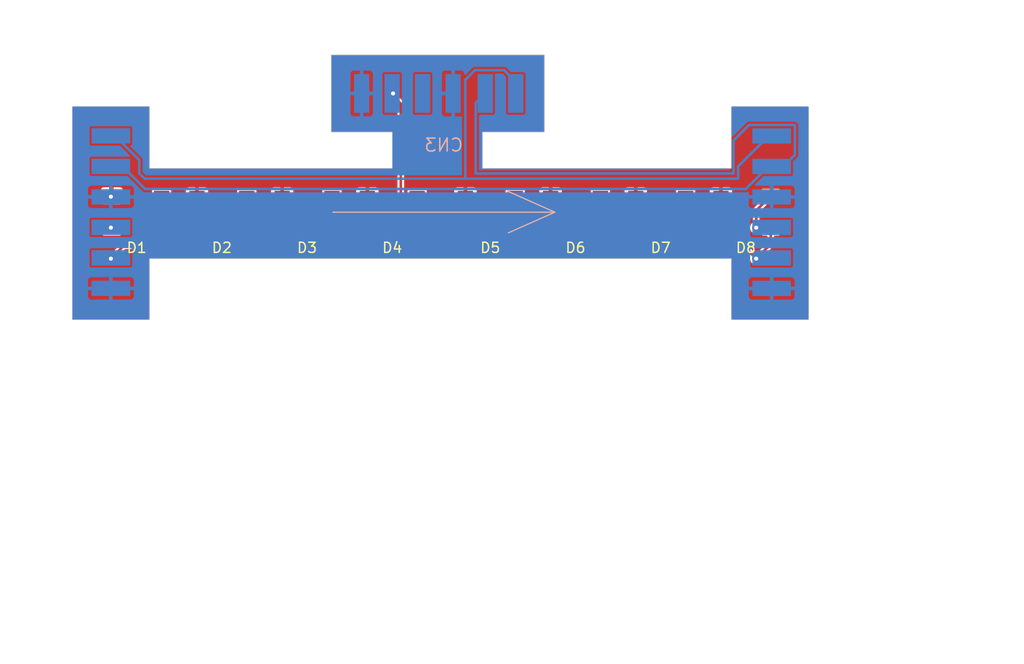
<source format=kicad_pcb>
(kicad_pcb (version 20211014) (generator pcbnew)
  (layers (0 "F.Cu" signal) (31 "B.Cu" signal) (34 "B.Paste" user) (35 "F.Paste" user) (36 "B.SilkS" user "B.Silkscreen") (37 "F.SilkS" user "F.Silkscreen") (38 "B.Mask" user) (39 "F.Mask" user) (44 "Edge.Cuts" user))
  (net 0 "")
  (net 1 "+5V")
  (net 2 "GND")
  (net 3 "Net-(CN1-Pad2)")
  (net 4 "Net-(CN2-Pad3)")
  (net 5 "Net-(D1-Pad2)")
  (net 6 "Net-(D2-Pad2)")
  (net 7 "Net-(D3-Pad2)")
  (net 8 "Net-(D4-Pad2)")
  (net 9 "Net-(D5-Pad2)")
  (net 10 "Net-(D6-Pad2)")
  (net 11 "Net-(D7-Pad2)")
  (net 12 "Net-(CN1-Pad4)")
  (net 13 "Net-(CN1-Pad1)")
  (footprint "LED_SMD:LED_WS2812B_PLCC4_5.0x5.0mm_P3.2mm" (layer "F.Cu") (at 163.576 107.95 180)
    (fp_text reference "D5" (at 0 -3.5) (layer "F.SilkS"))
    (fp_text value "WS2812B")
    (pad "1" smd rect (at -2.45 -1.6 180) (size 1.5 1) (layers "F.Cu" "F.Paste" "F.Mask") (net 1 "+5V"))
    (pad "2" smd rect (at -2.45 1.6 180) (size 1.5 1) (layers "F.Cu" "F.Paste" "F.Mask") (net 9 "Net-(D5-Pad2)"))
    (pad "3" smd rect (at 2.45 1.6 180) (size 1.5 1) (layers "F.Cu" "F.Paste" "F.Mask") (net 2 "GND"))
    (pad "4" smd rect (at 2.45 -1.6 180) (size 1.5 1) (layers "F.Cu" "F.Paste" "F.Mask") (net 8 "Net-(D4-Pad2)"))
  )
  (footprint "LED_SMD:LED_WS2812B_PLCC4_5.0x5.0mm_P3.2mm" (layer "F.Cu") (at 188.722 107.95 180)
    (fp_text reference "D8" (at 0 -3.5) (layer "F.SilkS"))
    (fp_text value "WS2812B")
    (pad "1" smd rect (at -2.45 -1.6 180) (size 1.5 1) (layers "F.Cu" "F.Paste" "F.Mask") (net 1 "+5V"))
    (pad "2" smd rect (at -2.45 1.6 180) (size 1.5 1) (layers "F.Cu" "F.Paste" "F.Mask") (net 12 "Net-(CN1-Pad4)"))
    (pad "3" smd rect (at 2.45 1.6 180) (size 1.5 1) (layers "F.Cu" "F.Paste" "F.Mask") (net 2 "GND"))
    (pad "4" smd rect (at 2.45 -1.6 180) (size 1.5 1) (layers "F.Cu" "F.Paste" "F.Mask") (net 11 "Net-(D7-Pad2)"))
  )
  (footprint "LED_SMD:LED_WS2812B_PLCC4_5.0x5.0mm_P3.2mm" (layer "F.Cu") (at 171.958 107.95 180)
    (fp_text reference "D6" (at 0 -3.5) (layer "F.SilkS"))
    (fp_text value "WS2812B")
    (pad "1" smd rect (at -2.45 -1.6 180) (size 1.5 1) (layers "F.Cu" "F.Paste" "F.Mask") (net 1 "+5V"))
    (pad "2" smd rect (at -2.45 1.6 180) (size 1.5 1) (layers "F.Cu" "F.Paste" "F.Mask") (net 10 "Net-(D6-Pad2)"))
    (pad "3" smd rect (at 2.45 1.6 180) (size 1.5 1) (layers "F.Cu" "F.Paste" "F.Mask") (net 2 "GND"))
    (pad "4" smd rect (at 2.45 -1.6 180) (size 1.5 1) (layers "F.Cu" "F.Paste" "F.Mask") (net 9 "Net-(D5-Pad2)"))
  )
  (footprint "LED_SMD:LED_WS2812B_PLCC4_5.0x5.0mm_P3.2mm" (layer "F.Cu") (at 128.778 107.95 180)
    (fp_text reference "D1" (at 0 -3.5) (layer "F.SilkS"))
    (fp_text value "WS2812B")
    (pad "1" smd rect (at -2.45 -1.6 180) (size 1.5 1) (layers "F.Cu" "F.Paste" "F.Mask") (net 1 "+5V"))
    (pad "2" smd rect (at -2.45 1.6 180) (size 1.5 1) (layers "F.Cu" "F.Paste" "F.Mask") (net 5 "Net-(D1-Pad2)"))
    (pad "3" smd rect (at 2.45 1.6 180) (size 1.5 1) (layers "F.Cu" "F.Paste" "F.Mask") (net 2 "GND"))
    (pad "4" smd rect (at 2.45 -1.6 180) (size 1.5 1) (layers "F.Cu" "F.Paste" "F.Mask") (net 4 "Net-(CN2-Pad3)"))
  )
  (footprint "LED_SMD:LED_WS2812B_PLCC4_5.0x5.0mm_P3.2mm" (layer "F.Cu") (at 180.34 107.95 180)
    (fp_text reference "D7" (at 0 -3.5) (layer "F.SilkS"))
    (fp_text value "WS2812B")
    (pad "1" smd rect (at -2.45 -1.6 180) (size 1.5 1) (layers "F.Cu" "F.Paste" "F.Mask") (net 1 "+5V"))
    (pad "2" smd rect (at -2.45 1.6 180) (size 1.5 1) (layers "F.Cu" "F.Paste" "F.Mask") (net 11 "Net-(D7-Pad2)"))
    (pad "3" smd rect (at 2.45 1.6 180) (size 1.5 1) (layers "F.Cu" "F.Paste" "F.Mask") (net 2 "GND"))
    (pad "4" smd rect (at 2.45 -1.6 180) (size 1.5 1) (layers "F.Cu" "F.Paste" "F.Mask") (net 10 "Net-(D6-Pad2)"))
  )
  (footprint "LED_SMD:LED_WS2812B_PLCC4_5.0x5.0mm_P3.2mm" (layer "F.Cu") (at 137.16 107.95 180)
    (fp_text reference "D2" (at 0 -3.5) (layer "F.SilkS"))
    (fp_text value "WS2812B")
    (pad "1" smd rect (at -2.45 -1.6 180) (size 1.5 1) (layers "F.Cu" "F.Paste" "F.Mask") (net 1 "+5V"))
    (pad "2" smd rect (at -2.45 1.6 180) (size 1.5 1) (layers "F.Cu" "F.Paste" "F.Mask") (net 6 "Net-(D2-Pad2)"))
    (pad "3" smd rect (at 2.45 1.6 180) (size 1.5 1) (layers "F.Cu" "F.Paste" "F.Mask") (net 2 "GND"))
    (pad "4" smd rect (at 2.45 -1.6 180) (size 1.5 1) (layers "F.Cu" "F.Paste" "F.Mask") (net 5 "Net-(D1-Pad2)"))
  )
  (footprint "LED_SMD:LED_WS2812B_PLCC4_5.0x5.0mm_P3.2mm" (layer "F.Cu") (at 153.924 107.95 180)
    (fp_text reference "D4" (at 0 -3.5) (layer "F.SilkS"))
    (fp_text value "WS2812B")
    (pad "1" smd rect (at -2.45 -1.6 180) (size 1.5 1) (layers "F.Cu" "F.Paste" "F.Mask") (net 1 "+5V"))
    (pad "2" smd rect (at -2.45 1.6 180) (size 1.5 1) (layers "F.Cu" "F.Paste" "F.Mask") (net 8 "Net-(D4-Pad2)"))
    (pad "3" smd rect (at 2.45 1.6 180) (size 1.5 1) (layers "F.Cu" "F.Paste" "F.Mask") (net 2 "GND"))
    (pad "4" smd rect (at 2.45 -1.6 180) (size 1.5 1) (layers "F.Cu" "F.Paste" "F.Mask") (net 7 "Net-(D3-Pad2)"))
  )
  (footprint "LED_SMD:LED_WS2812B_PLCC4_5.0x5.0mm_P3.2mm" (layer "F.Cu") (at 145.542 107.95 180)
    (fp_text reference "D3" (at 0 -3.5) (layer "F.SilkS"))
    (fp_text value "WS2812B")
    (pad "1" smd rect (at -2.45 -1.6 180) (size 1.5 1) (layers "F.Cu" "F.Paste" "F.Mask") (net 1 "+5V"))
    (pad "2" smd rect (at -2.45 1.6 180) (size 1.5 1) (layers "F.Cu" "F.Paste" "F.Mask") (net 7 "Net-(D3-Pad2)"))
    (pad "3" smd rect (at 2.45 1.6 180) (size 1.5 1) (layers "F.Cu" "F.Paste" "F.Mask") (net 2 "GND"))
    (pad "4" smd rect (at 2.45 -1.6 180) (size 1.5 1) (layers "F.Cu" "F.Paste" "F.Mask") (net 6 "Net-(D2-Pad2)"))
  )
  (footprint "Adafruit NeoPixel 8 Stick:1X4-SMT" (layer "B.Cu") (at 158.996 96.266 180)
    (fp_text reference "CN3" (at 0 -5.08) (layer "B.SilkS") (effects (font (size 1.27 1.27)) (justify mirror)))
    (fp_text value "1X4SMT")
    (pad "1" smd rect (at -7.08 0 180) (size 1.5 3.8) (layers "B.Cu" "B.Paste" "B.Mask") (net 13 "Net-(CN1-Pad1)"))
    (pad "2" smd rect (at -4.08 0 180) (size 1.5 3.8) (layers "B.Cu" "B.Paste" "B.Mask") (net 3 "Net-(CN1-Pad2)"))
    (pad "3" smd rect (at -0.92 0 180) (size 1.5 3.8) (layers "B.Cu" "B.Paste" "B.Mask") (net 2 "GND"))
    (pad "4" smd rect (at 2.08 0 180) (size 1.5 3.8) (layers "B.Cu" "B.Paste" "B.Mask"))
    (pad "5" smd rect (at 5.08 0 180) (size 1.5 3.8) (layers "B.Cu" "B.Paste" "B.Mask") (net 1 "+5V"))
    (pad "6" smd rect (at 8.08 0 180) (size 1.5 3.8) (layers "B.Cu" "B.Paste" "B.Mask") (net 2 "GND"))
  )
  (footprint "Adafruit NeoPixel 8 Stick:1X4-SMT" (layer "B.Cu") (at 126.873 107.442 90)
    (fp_text reference "CN2" hide)
    (fp_text value "1X4SMT" hide)
    (pad "1" smd rect (at -8 -0.635 90) (size 1.5 3.8) (layers "B.Cu" "B.Paste" "B.Mask") (net 2 "GND"))
    (pad "2" smd rect (at -5 -0.635 90) (size 1.5 3.8) (layers "B.Cu" "B.Paste" "B.Mask") (net 1 "+5V"))
    (pad "3" smd rect (at -2 -0.635 90) (size 1.5 3.8) (layers "B.Cu" "B.Paste" "B.Mask") (net 4 "Net-(CN2-Pad3)"))
    (pad "4" smd rect (at 1 -0.635 90) (size 1.5 3.8) (layers "B.Cu" "B.Paste" "B.Mask") (net 2 "GND"))
    (pad "5" smd rect (at 4 -0.635 90) (size 1.5 3.8) (layers "B.Cu" "B.Paste" "B.Mask") (net 3 "Net-(CN1-Pad2)"))
    (pad "6" smd rect (at 7 -0.635 90) (size 1.5 3.8) (layers "B.Cu" "B.Paste" "B.Mask") (net 13 "Net-(CN1-Pad1)"))
  )
  (footprint "Adafruit NeoPixel 8 Stick:1X4-SMT" (layer "B.Cu") (at 190.627 108.45 -90)
    (fp_text reference "CN1" hide)
    (fp_text value "1X4SMT" hide)
    (pad "1" smd rect (at -8 -0.635 270) (size 1.5 3.8) (layers "B.Cu" "B.Paste" "B.Mask") (net 13 "Net-(CN1-Pad1)"))
    (pad "2" smd rect (at -5 -0.635 270) (size 1.5 3.8) (layers "B.Cu" "B.Paste" "B.Mask") (net 3 "Net-(CN1-Pad2)"))
    (pad "3" smd rect (at -2 -0.635 270) (size 1.5 3.8) (layers "B.Cu" "B.Paste" "B.Mask") (net 2 "GND"))
    (pad "4" smd rect (at 1 -0.635 270) (size 1.5 3.8) (layers "B.Cu" "B.Paste" "B.Mask") (net 12 "Net-(CN1-Pad4)"))
    (pad "5" smd rect (at 4 -0.635 270) (size 1.5 3.8) (layers "B.Cu" "B.Paste" "B.Mask") (net 1 "+5V"))
    (pad "6" smd rect (at 7 -0.635 270) (size 1.5 3.8) (layers "B.Cu" "B.Paste" "B.Mask") (net 2 "GND"))
  )
  (gr_line (start 169.926 107.95) (end 165.354 105.918) (layer "B.SilkS") (width 0.12))
  (gr_line (start 169.926 107.95) (end 165.354 109.982) (layer "B.SilkS") (width 0.12))
  (gr_line (start 148.082 107.95) (end 169.926 107.95) (layer "B.SilkS") (width 0.12))
  (gr_line (start 130.048 118.536) (end 122.428 118.536) (layer "Edge.Cuts") (width 0.05))
  (gr_line (start 162.814 100.076) (end 162.814 103.632) (layer "Edge.Cuts") (width 0.05))
  (gr_line (start 130.048 112.522) (end 187.288 112.522) (layer "Edge.Cuts") (width 0.05))
  (gr_line (start 194.908 97.536) (end 194.908 118.536) (layer "Edge.Cuts") (width 0.05))
  (gr_line (start 122.428 97.536) (end 122.428 118.536) (layer "Edge.Cuts") (width 0.05))
  (gr_line locked (start 194.908 118.536) (end 187.288 118.536) (layer "Edge.Cuts") (width 0.05))
  (gr_line (start 147.91 100.076) (end 153.924 100.076) (layer "Edge.Cuts") (width 0.05))
  (gr_line (start 130.048 97.536) (end 130.048 103.632) (layer "Edge.Cuts") (width 0.05))
  (gr_line (start 147.91 100.076) (end 147.91 92.456) (layer "Edge.Cuts") (width 0.05))
  (gr_line (start 162.814 103.632) (end 187.288 103.632) (layer "Edge.Cuts") (width 0.05))
  (gr_line (start 187.288 118.536) (end 187.288 112.522) (layer "Edge.Cuts") (width 0.05))
  (gr_line (start 187.288 97.536) (end 194.908 97.536) (layer "Edge.Cuts") (width 0.05))
  (gr_line (start 122.428 97.536) (end 130.048 97.536) (layer "Edge.Cuts") (width 0.05))
  (gr_line (start 130.048 103.632) (end 153.924 103.632) (layer "Edge.Cuts") (width 0.05))
  (gr_line (start 168.91 92.456) (end 168.91 100.076) (layer "Edge.Cuts") (width 0.05))
  (gr_line (start 168.91 100.076) (end 162.814 100.076) (layer "Edge.Cuts") (width 0.05))
  (gr_line (start 187.288 97.536) (end 187.288 103.632) (layer "Edge.Cuts") (width 0.05))
  (gr_line (start 153.924 103.632) (end 153.924 100.076) (layer "Edge.Cuts") (width 0.05))
  (gr_line (start 130.048 118.536) (end 130.048 112.522) (layer "Edge.Cuts") (width 0.05))
  (gr_line (start 168.91 92.456) (end 147.91 92.456) (layer "Edge.Cuts") (width 0.05))
  (segment (start 166.026 109.55) (end 166.026 111.162) (width 0.25) (layer "F.Cu") (net 1))
  (segment (start 139.61 111.162) (end 139.7 111.252) (width 0.25) (layer "F.Cu") (net 1))
  (segment (start 127.508 111.252) (end 131.318 111.252) (width 0.25) (layer "F.Cu") (net 1))
  (segment (start 189.738 112.522) (end 191.172 111.088) (width 0.25) (layer "F.Cu") (net 1))
  (segment (start 182.79 109.55) (end 182.79 111.162) (width 0.25) (layer "F.Cu") (net 1))
  (segment (start 148.082 111.252) (end 156.464 111.252) (width 0.25) (layer "F.Cu") (net 1))
  (segment (start 166.116 111.252) (end 174.498 111.252) (width 0.25) (layer "F.Cu") (net 1))
  (segment (start 156.374 109.55) (end 156.374 111.162) (width 0.25) (layer "F.Cu") (net 1))
  (segment (start 139.7 111.252) (end 148.082 111.252) (width 0.25) (layer "F.Cu") (net 1))
  (segment (start 126.238 112.522) (end 127.508 111.252) (width 0.25) (layer "F.Cu") (net 1))
  (segment (start 147.992 109.55) (end 147.992 111.162) (width 0.25) (layer "F.Cu") (net 1))
  (segment (start 131.318 111.252) (end 139.7 111.252) (width 0.25) (layer "F.Cu") (net 1))
  (segment (start 191.172 111.088) (end 191.172 109.55) (width 0.25) (layer "F.Cu") (net 1))
  (segment (start 154.006 96.266) (end 154.006 96.52) (width 0.25) (layer "F.Cu") (net 1))
  (segment (start 154.768 97.282) (end 154.768 107.916) (width 0.25) (layer "F.Cu") (net 1))
  (segment (start 156.374 111.162) (end 156.464 111.252) (width 0.25) (layer "F.Cu") (net 1))
  (segment (start 154.754 107.93) (end 156.374 109.55) (width 0.25) (layer "F.Cu") (net 1))
  (segment (start 139.61 109.55) (end 139.61 111.162) (width 0.25) (layer "F.Cu") (net 1))
  (segment (start 182.88 111.252) (end 188.468 111.252) (width 0.25) (layer "F.Cu") (net 1))
  (segment (start 188.468 111.252) (end 189.738 112.522) (width 0.25) (layer "F.Cu") (net 1))
  (segment (start 154.006 96.52) (end 154.768 97.282) (width 0.25) (layer "F.Cu") (net 1))
  (segment (start 147.992 111.162) (end 148.082 111.252) (width 0.25) (layer "F.Cu") (net 1))
  (segment (start 154.768 107.916) (end 154.754 107.93) (width 0.25) (layer "F.Cu") (net 1))
  (segment (start 174.498 111.252) (end 182.88 111.252) (width 0.25) (layer "F.Cu") (net 1))
  (segment (start 156.464 111.252) (end 166.116 111.252) (width 0.25) (layer "F.Cu") (net 1))
  (segment (start 166.026 111.162) (end 166.116 111.252) (width 0.25) (layer "F.Cu") (net 1))
  (segment (start 131.228 109.55) (end 131.228 111.162) (width 0.25) (layer "F.Cu") (net 1))
  (segment (start 174.408 111.162) (end 174.498 111.252) (width 0.25) (layer "F.Cu") (net 1))
  (segment (start 131.228 111.162) (end 131.318 111.252) (width 0.25) (layer "F.Cu") (net 1))
  (segment (start 174.408 109.55) (end 174.408 111.162) (width 0.25) (layer "F.Cu") (net 1))
  (segment (start 182.79 111.162) (end 182.88 111.252) (width 0.25) (layer "F.Cu") (net 1))
  (via (at 126.238 112.522) (size 0.8) (drill 0.4) (layers "F.Cu" "B.Cu") (net 1))
  (via (at 189.738 112.522) (size 0.8) (drill 0.4) (layers "F.Cu" "B.Cu") (net 1))
  (via (at 154.006 96.266) (size 0.8) (drill 0.4) (layers "F.Cu" "B.Cu") (net 1))
  (segment (start 178.726 106.35) (end 177.622 106.35) (width 0.25) (layer "F.Cu") (net 2))
  (via (at 126.238 106.426) (size 0.8) (drill 0.4) (layers "F.Cu" "B.Cu") (net 2))
  (segment (start 189.0338 99.3718) (end 187.5068 100.8988) (width 0.25) (layer "B.Cu") (net 3))
  (segment (start 192.412 103.45) (end 193.548 102.314) (width 0.25) (layer "B.Cu") (net 3))
  (segment (start 162.134 104.14) (end 162.134 97.208) (width 0.25) (layer "B.Cu") (net 3))
  (segment (start 193.4902 99.3718) (end 189.0338 99.3718) (width 0.25) (layer "B.Cu") (net 3))
  (segment (start 162.134 97.208) (end 163.076 96.266) (width 0.25) (layer "B.Cu") (net 3))
  (segment (start 193.548 102.314) (end 193.548 99.4296) (width 0.25) (layer "B.Cu") (net 3))
  (segment (start 129.61 105.664) (end 188.722 105.664) (width 0.25) (layer "B.Cu") (net 3))
  (segment (start 187.5068 104.14) (end 162.134 104.14) (width 0.25) (layer "B.Cu") (net 3))
  (segment (start 187.5068 100.8988) (end 187.5068 104.14) (width 0.25) (layer "B.Cu") (net 3))
  (segment (start 193.548 99.4296) (end 193.4902 99.3718) (width 0.25) (layer "B.Cu") (net 3))
  (segment (start 188.722 105.664) (end 190.936 103.45) (width 0.25) (layer "B.Cu") (net 3))
  (segment (start 127.388 103.442) (end 129.61 105.664) (width 0.25) (layer "B.Cu") (net 3))
  (via (at 126.238 109.474) (size 0.8) (drill 0.4) (layers "F.Cu" "B.Cu") (net 4))
  (segment (start 131.51 106.35) (end 134.71 109.55) (width 0.25) (layer "F.Cu") (net 5))
  (segment (start 139.892 106.35) (end 143.092 109.55) (width 0.25) (layer "F.Cu") (net 6))
  (segment (start 148.274 106.35) (end 151.474 109.55) (width 0.25) (layer "F.Cu") (net 7))
  (segment (start 156.374 106.35) (end 157.926 106.35) (width 0.25) (layer "F.Cu") (net 8))
  (segment (start 157.926 106.35) (end 161.126 109.55) (width 0.25) (layer "F.Cu") (net 8))
  (segment (start 166.308 106.35) (end 169.508 109.55) (width 0.25) (layer "F.Cu") (net 9))
  (segment (start 174.69 106.35) (end 177.89 109.55) (width 0.25) (layer "F.Cu") (net 10))
  (segment (start 183.072 106.35) (end 186.272 109.55) (width 0.25) (layer "F.Cu") (net 11))
  (segment (start 189.738 109.474) (end 189.738 107.784) (width 0.25) (layer "F.Cu") (net 12))
  (segment (start 189.738 107.784) (end 191.172 106.35) (width 0.25) (layer "F.Cu") (net 12))
  (via (at 189.738 109.474) (size 0.8) (drill 0.4) (layers "F.Cu" "B.Cu") (net 12))
  (segment (start 187.96 103.4456) (end 190.9556 100.45) (width 0.25) (layer "B.Cu") (net 13))
  (segment (start 164.94 93.98) (end 162.0556 93.98) (width 0.25) (layer "B.Cu") (net 13))
  (segment (start 162.0556 93.98) (end 161.118 94.9176) (width 0.25) (layer "B.Cu") (net 13))
  (segment (start 166.076 95.116) (end 164.94 93.98) (width 0.25) (layer "B.Cu") (net 13))
  (segment (start 129.54 104.648) (end 187.96 104.648) (width 0.25) (layer "B.Cu") (net 13))
  (segment (start 161.118 94.9176) (end 161.118 104.648) (width 0.25) (layer "B.Cu") (net 13))
  (segment (start 187.96 104.648) (end 187.96 103.4456) (width 0.25) (layer "B.Cu") (net 13))
  (segment (start 129.032 102.828132) (end 129.032 104.14) (width 0.25) (layer "B.Cu") (net 13))
  (segment (start 126.645868 100.442) (end 129.032 102.828132) (width 0.25) (layer "B.Cu") (net 13))
  (segment (start 129.032 104.14) (end 129.54 104.648) (width 0.25) (layer "B.Cu") (net 13))
  (zone (net 2) (net_name "GND") (layers F&B.Cu) (priority 6) (connect_pads (clearance 0.000001)) (min_thickness 0.1524) (fill yes (thermal_gap 0.3548) (thermal_bridge_width 0.3548))
    (polygon (pts (xy 216.0905 152.4) (xy 115.3287 152.4) (xy 115.3287 87.0712) (xy 216.0905 87.0712)))
  )
)
</source>
